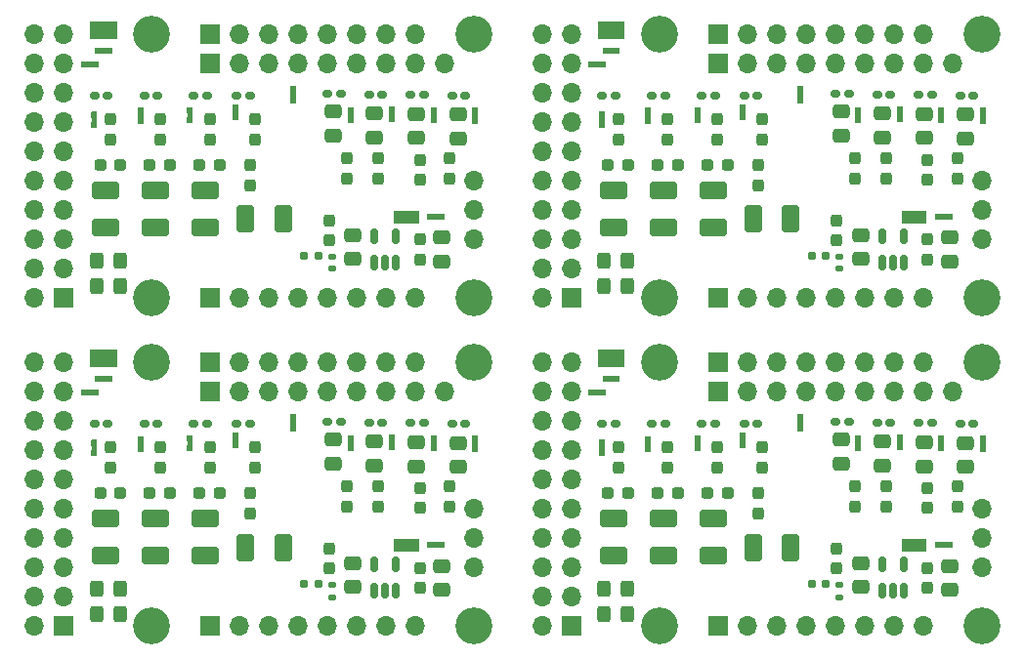
<source format=gbs>
G04 #@! TF.GenerationSoftware,KiCad,Pcbnew,9.0.4*
G04 #@! TF.CreationDate,2025-08-20T18:17:53-04:00*
G04 #@! TF.ProjectId,jlc_pcba,6a6c635f-7063-4626-912e-6b696361645f,rev?*
G04 #@! TF.SameCoordinates,Original*
G04 #@! TF.FileFunction,Soldermask,Bot*
G04 #@! TF.FilePolarity,Negative*
%FSLAX46Y46*%
G04 Gerber Fmt 4.6, Leading zero omitted, Abs format (unit mm)*
G04 Created by KiCad (PCBNEW 9.0.4) date 2025-08-20 18:17:53*
%MOMM*%
%LPD*%
G01*
G04 APERTURE LIST*
G04 Aperture macros list*
%AMRoundRect*
0 Rectangle with rounded corners*
0 $1 Rounding radius*
0 $2 $3 $4 $5 $6 $7 $8 $9 X,Y pos of 4 corners*
0 Add a 4 corners polygon primitive as box body*
4,1,4,$2,$3,$4,$5,$6,$7,$8,$9,$2,$3,0*
0 Add four circle primitives for the rounded corners*
1,1,$1+$1,$2,$3*
1,1,$1+$1,$4,$5*
1,1,$1+$1,$6,$7*
1,1,$1+$1,$8,$9*
0 Add four rect primitives between the rounded corners*
20,1,$1+$1,$2,$3,$4,$5,0*
20,1,$1+$1,$4,$5,$6,$7,0*
20,1,$1+$1,$6,$7,$8,$9,0*
20,1,$1+$1,$8,$9,$2,$3,0*%
G04 Aperture macros list end*
%ADD10C,0.010000*%
%ADD11R,1.700000X1.700000*%
%ADD12O,1.700000X1.700000*%
%ADD13C,3.200000*%
%ADD14RoundRect,0.250000X-0.325000X-0.450000X0.325000X-0.450000X0.325000X0.450000X-0.325000X0.450000X0*%
%ADD15R,0.500000X0.500000*%
%ADD16R,0.500000X0.550000*%
%ADD17RoundRect,0.160000X0.222500X0.160000X-0.222500X0.160000X-0.222500X-0.160000X0.222500X-0.160000X0*%
%ADD18RoundRect,0.160000X0.197500X0.160000X-0.197500X0.160000X-0.197500X-0.160000X0.197500X-0.160000X0*%
%ADD19RoundRect,0.237500X-0.237500X0.300000X-0.237500X-0.300000X0.237500X-0.300000X0.237500X0.300000X0*%
%ADD20RoundRect,0.250000X-0.475000X0.337500X-0.475000X-0.337500X0.475000X-0.337500X0.475000X0.337500X0*%
%ADD21RoundRect,0.250001X0.924999X-0.499999X0.924999X0.499999X-0.924999X0.499999X-0.924999X-0.499999X0*%
%ADD22RoundRect,0.160000X-0.222500X-0.160000X0.222500X-0.160000X0.222500X0.160000X-0.222500X0.160000X0*%
%ADD23R,1.000000X1.500000*%
%ADD24RoundRect,0.237500X-0.287500X-0.237500X0.287500X-0.237500X0.287500X0.237500X-0.287500X0.237500X0*%
%ADD25RoundRect,0.237500X0.237500X-0.300000X0.237500X0.300000X-0.237500X0.300000X-0.237500X-0.300000X0*%
%ADD26RoundRect,0.237500X-0.237500X0.287500X-0.237500X-0.287500X0.237500X-0.287500X0.237500X0.287500X0*%
%ADD27RoundRect,0.150000X0.150000X-0.512500X0.150000X0.512500X-0.150000X0.512500X-0.150000X-0.512500X0*%
%ADD28R,0.508000X0.500000*%
%ADD29R,0.508000X0.508000*%
%ADD30RoundRect,0.250000X0.325000X0.450000X-0.325000X0.450000X-0.325000X-0.450000X0.325000X-0.450000X0*%
%ADD31RoundRect,0.250001X-0.499999X-0.924999X0.499999X-0.924999X0.499999X0.924999X-0.499999X0.924999X0*%
%ADD32R,0.500000X0.508000*%
%ADD33RoundRect,0.250000X0.475000X-0.337500X0.475000X0.337500X-0.475000X0.337500X-0.475000X-0.337500X0*%
%ADD34RoundRect,0.135000X0.185000X-0.135000X0.185000X0.135000X-0.185000X0.135000X-0.185000X-0.135000X0*%
%ADD35RoundRect,0.237500X0.287500X0.237500X-0.287500X0.237500X-0.287500X-0.237500X0.287500X-0.237500X0*%
G04 APERTURE END LIST*
G04 #@! TO.C,INP1*
G36*
X36117500Y-44090000D02*
G01*
X36617500Y-44090000D01*
X36617500Y-44940000D01*
X36117500Y-44940000D01*
X36117500Y-44090000D01*
G37*
G04 #@! TO.C,OM1*
G36*
X14417500Y-16405000D02*
G01*
X13917500Y-16405000D01*
X13917500Y-15530000D01*
X14417500Y-15530000D01*
X14417500Y-16405000D01*
G37*
G04 #@! TO.C,3V108*
D10*
X40107500Y-25155000D02*
X42217500Y-25155000D01*
X42217500Y-24155000D01*
X40107500Y-24155000D01*
X40107500Y-25155000D01*
G36*
X40107500Y-25155000D02*
G01*
X42217500Y-25155000D01*
X42217500Y-24155000D01*
X40107500Y-24155000D01*
X40107500Y-25155000D01*
G37*
G04 #@! TO.C,MCLK108*
G36*
X58817500Y-37665000D02*
G01*
X59117500Y-37665000D01*
X59117500Y-36165000D01*
X58817500Y-36165000D01*
X58817500Y-37665000D01*
G37*
G36*
X58817500Y-9205000D02*
G01*
X59117500Y-9205000D01*
X59117500Y-7705000D01*
X58817500Y-7705000D01*
X58817500Y-9205000D01*
G37*
G04 #@! TO.C,INM2*
G36*
X46917500Y-15687500D02*
G01*
X47417500Y-15687500D01*
X47417500Y-16537500D01*
X46917500Y-16537500D01*
X46917500Y-15687500D01*
G37*
G04 #@! TO.C,INP1*
G36*
X80117500Y-15630000D02*
G01*
X80617500Y-15630000D01*
X80617500Y-16480000D01*
X80117500Y-16480000D01*
X80117500Y-15630000D01*
G37*
G04 #@! TO.C,OP1*
G36*
X17917500Y-15705000D02*
G01*
X18417500Y-15705000D01*
X18417500Y-16555000D01*
X17917500Y-16555000D01*
X17917500Y-15705000D01*
G37*
G04 #@! TO.C,INM1*
G36*
X83717500Y-15567500D02*
G01*
X84217500Y-15567500D01*
X84217500Y-16417500D01*
X83717500Y-16417500D01*
X83717500Y-15567500D01*
G37*
G04 #@! TO.C,GND108*
G36*
X31621500Y-42769000D02*
G01*
X31113500Y-42769000D01*
X31113500Y-42269000D01*
X31621500Y-42269000D01*
X31621500Y-42769000D01*
G37*
G36*
X75621500Y-42769000D02*
G01*
X75113500Y-42769000D01*
X75113500Y-42269000D01*
X75621500Y-42269000D01*
X75621500Y-42769000D01*
G37*
G04 #@! TO.C,INP2*
G36*
X87317500Y-44100000D02*
G01*
X87817500Y-44100000D01*
X87817500Y-44950000D01*
X87317500Y-44950000D01*
X87317500Y-44100000D01*
G37*
G04 #@! TO.C,OM1*
G36*
X58417500Y-44865000D02*
G01*
X57917500Y-44865000D01*
X57917500Y-43990000D01*
X58417500Y-43990000D01*
X58417500Y-44865000D01*
G37*
G04 #@! TO.C,G119*
G36*
X44021500Y-24401000D02*
G01*
X43521500Y-24401000D01*
X43521500Y-24909000D01*
X44021500Y-24909000D01*
X44021500Y-24401000D01*
G37*
G04 #@! TO.C,SCL108*
G36*
X58713500Y-38969000D02*
G01*
X59213500Y-38969000D01*
X59213500Y-38461000D01*
X58713500Y-38461000D01*
X58713500Y-38969000D01*
G37*
G04 #@! TO.C,OP1*
G36*
X17917500Y-44165000D02*
G01*
X18417500Y-44165000D01*
X18417500Y-45015000D01*
X17917500Y-45015000D01*
X17917500Y-44165000D01*
G37*
G04 #@! TO.C,3V108*
X84107500Y-25155000D02*
X86217500Y-25155000D01*
X86217500Y-24155000D01*
X84107500Y-24155000D01*
X84107500Y-25155000D01*
G36*
X84107500Y-25155000D02*
G01*
X86217500Y-25155000D01*
X86217500Y-24155000D01*
X84107500Y-24155000D01*
X84107500Y-25155000D01*
G37*
G04 #@! TO.C,OP2*
G36*
X22217500Y-44090000D02*
G01*
X22717500Y-44090000D01*
X22717500Y-44940000D01*
X22217500Y-44940000D01*
X22217500Y-44090000D01*
G37*
G04 #@! TO.C,MCLK108*
G36*
X14817500Y-9205000D02*
G01*
X15117500Y-9205000D01*
X15117500Y-7705000D01*
X14817500Y-7705000D01*
X14817500Y-9205000D01*
G37*
G04 #@! TO.C,SDA108*
G36*
X57513500Y-40169000D02*
G01*
X58013500Y-40169000D01*
X58013500Y-39661000D01*
X57513500Y-39661000D01*
X57513500Y-40169000D01*
G37*
G04 #@! TO.C,INP2*
G36*
X43317500Y-15640000D02*
G01*
X43817500Y-15640000D01*
X43817500Y-16490000D01*
X43317500Y-16490000D01*
X43317500Y-15640000D01*
G37*
G04 #@! TO.C,G119*
G36*
X88021500Y-52861000D02*
G01*
X87521500Y-52861000D01*
X87521500Y-53369000D01*
X88021500Y-53369000D01*
X88021500Y-52861000D01*
G37*
G04 #@! TO.C,INM2*
G36*
X90917500Y-44147500D02*
G01*
X91417500Y-44147500D01*
X91417500Y-44997500D01*
X90917500Y-44997500D01*
X90917500Y-44147500D01*
G37*
G04 #@! TO.C,MCLK108*
G36*
X14817500Y-37665000D02*
G01*
X15117500Y-37665000D01*
X15117500Y-36165000D01*
X14817500Y-36165000D01*
X14817500Y-37665000D01*
G37*
G04 #@! TO.C,SDA108*
G36*
X13513500Y-40169000D02*
G01*
X14013500Y-40169000D01*
X14013500Y-39661000D01*
X13513500Y-39661000D01*
X13513500Y-40169000D01*
G37*
G04 #@! TO.C,INP2*
G36*
X43317500Y-44100000D02*
G01*
X43817500Y-44100000D01*
X43817500Y-44950000D01*
X43317500Y-44950000D01*
X43317500Y-44100000D01*
G37*
G04 #@! TO.C,OM2*
G36*
X26117500Y-15405000D02*
G01*
X26617500Y-15405000D01*
X26617500Y-16255000D01*
X26117500Y-16255000D01*
X26117500Y-15405000D01*
G37*
G04 #@! TO.C,OP1*
G36*
X61917500Y-44165000D02*
G01*
X62417500Y-44165000D01*
X62417500Y-45015000D01*
X61917500Y-45015000D01*
X61917500Y-44165000D01*
G37*
G04 #@! TO.C,INM1*
G36*
X83717500Y-44027500D02*
G01*
X84217500Y-44027500D01*
X84217500Y-44877500D01*
X83717500Y-44877500D01*
X83717500Y-44027500D01*
G37*
G04 #@! TO.C,OM1*
G36*
X14417500Y-44865000D02*
G01*
X13917500Y-44865000D01*
X13917500Y-43990000D01*
X14417500Y-43990000D01*
X14417500Y-44865000D01*
G37*
G04 #@! TO.C,OP2*
G36*
X66217500Y-15630000D02*
G01*
X66717500Y-15630000D01*
X66717500Y-16480000D01*
X66217500Y-16480000D01*
X66217500Y-15630000D01*
G37*
G04 #@! TO.C,INM1*
G36*
X39717500Y-44027500D02*
G01*
X40217500Y-44027500D01*
X40217500Y-44877500D01*
X39717500Y-44877500D01*
X39717500Y-44027500D01*
G37*
G04 #@! TO.C,SCL108*
G36*
X14713500Y-10509000D02*
G01*
X15213500Y-10509000D01*
X15213500Y-10001000D01*
X14713500Y-10001000D01*
X14713500Y-10509000D01*
G37*
G04 #@! TO.C,GND108*
G36*
X31621500Y-14309000D02*
G01*
X31113500Y-14309000D01*
X31113500Y-13809000D01*
X31621500Y-13809000D01*
X31621500Y-14309000D01*
G37*
G04 #@! TO.C,INM2*
G36*
X46917500Y-44147500D02*
G01*
X47417500Y-44147500D01*
X47417500Y-44997500D01*
X46917500Y-44997500D01*
X46917500Y-44147500D01*
G37*
G04 #@! TO.C,OM2*
G36*
X26117500Y-43865000D02*
G01*
X26617500Y-43865000D01*
X26617500Y-44715000D01*
X26117500Y-44715000D01*
X26117500Y-43865000D01*
G37*
G04 #@! TO.C,INP2*
G36*
X87317500Y-15640000D02*
G01*
X87817500Y-15640000D01*
X87817500Y-16490000D01*
X87317500Y-16490000D01*
X87317500Y-15640000D01*
G37*
G04 #@! TO.C,OP2*
G36*
X66217500Y-44090000D02*
G01*
X66717500Y-44090000D01*
X66717500Y-44940000D01*
X66217500Y-44940000D01*
X66217500Y-44090000D01*
G37*
G04 #@! TO.C,SCL108*
G36*
X58713500Y-10509000D02*
G01*
X59213500Y-10509000D01*
X59213500Y-10001000D01*
X58713500Y-10001000D01*
X58713500Y-10509000D01*
G37*
G04 #@! TO.C,OM2*
G36*
X70117500Y-43865000D02*
G01*
X70617500Y-43865000D01*
X70617500Y-44715000D01*
X70117500Y-44715000D01*
X70117500Y-43865000D01*
G37*
G04 #@! TO.C,INP1*
G36*
X80117500Y-44090000D02*
G01*
X80617500Y-44090000D01*
X80617500Y-44940000D01*
X80117500Y-44940000D01*
X80117500Y-44090000D01*
G37*
G04 #@! TO.C,OP1*
G36*
X61917500Y-15705000D02*
G01*
X62417500Y-15705000D01*
X62417500Y-16555000D01*
X61917500Y-16555000D01*
X61917500Y-15705000D01*
G37*
G04 #@! TO.C,INP1*
G36*
X36117500Y-15630000D02*
G01*
X36617500Y-15630000D01*
X36617500Y-16480000D01*
X36117500Y-16480000D01*
X36117500Y-15630000D01*
G37*
G04 #@! TO.C,SDA108*
G36*
X57513500Y-11709000D02*
G01*
X58013500Y-11709000D01*
X58013500Y-11201000D01*
X57513500Y-11201000D01*
X57513500Y-11709000D01*
G37*
G04 #@! TO.C,3V108*
X40107500Y-53615000D02*
X42217500Y-53615000D01*
X42217500Y-52615000D01*
X40107500Y-52615000D01*
X40107500Y-53615000D01*
G36*
X40107500Y-53615000D02*
G01*
X42217500Y-53615000D01*
X42217500Y-52615000D01*
X40107500Y-52615000D01*
X40107500Y-53615000D01*
G37*
G04 #@! TO.C,GND108*
G36*
X75621500Y-14309000D02*
G01*
X75113500Y-14309000D01*
X75113500Y-13809000D01*
X75621500Y-13809000D01*
X75621500Y-14309000D01*
G37*
G04 #@! TO.C,OM2*
G36*
X70117500Y-15405000D02*
G01*
X70617500Y-15405000D01*
X70617500Y-16255000D01*
X70117500Y-16255000D01*
X70117500Y-15405000D01*
G37*
G04 #@! TO.C,G119*
G36*
X88021500Y-24401000D02*
G01*
X87521500Y-24401000D01*
X87521500Y-24909000D01*
X88021500Y-24909000D01*
X88021500Y-24401000D01*
G37*
G04 #@! TO.C,SDA108*
G36*
X13513500Y-11709000D02*
G01*
X14013500Y-11709000D01*
X14013500Y-11201000D01*
X13513500Y-11201000D01*
X13513500Y-11709000D01*
G37*
G04 #@! TO.C,INM2*
G36*
X90917500Y-15687500D02*
G01*
X91417500Y-15687500D01*
X91417500Y-16537500D01*
X90917500Y-16537500D01*
X90917500Y-15687500D01*
G37*
G04 #@! TO.C,3V108*
X84107500Y-53615000D02*
X86217500Y-53615000D01*
X86217500Y-52615000D01*
X84107500Y-52615000D01*
X84107500Y-53615000D01*
G36*
X84107500Y-53615000D02*
G01*
X86217500Y-53615000D01*
X86217500Y-52615000D01*
X84107500Y-52615000D01*
X84107500Y-53615000D01*
G37*
G04 #@! TO.C,OP2*
G36*
X22217500Y-15630000D02*
G01*
X22717500Y-15630000D01*
X22717500Y-16480000D01*
X22217500Y-16480000D01*
X22217500Y-15630000D01*
G37*
G04 #@! TO.C,G119*
G36*
X44021500Y-52861000D02*
G01*
X43521500Y-52861000D01*
X43521500Y-53369000D01*
X44021500Y-53369000D01*
X44021500Y-52861000D01*
G37*
G04 #@! TO.C,SCL108*
G36*
X14713500Y-38969000D02*
G01*
X15213500Y-38969000D01*
X15213500Y-38461000D01*
X14713500Y-38461000D01*
X14713500Y-38969000D01*
G37*
G04 #@! TO.C,OM1*
G36*
X58417500Y-16405000D02*
G01*
X57917500Y-16405000D01*
X57917500Y-15530000D01*
X58417500Y-15530000D01*
X58417500Y-16405000D01*
G37*
G04 #@! TO.C,INM1*
G36*
X39717500Y-15567500D02*
G01*
X40217500Y-15567500D01*
X40217500Y-16417500D01*
X39717500Y-16417500D01*
X39717500Y-15567500D01*
G37*
G04 #@! TD*
D11*
G04 #@! TO.C,board_outline108*
X11505000Y-60115000D03*
D12*
X8965000Y-60115000D03*
X11505000Y-57575000D03*
X8965000Y-57575000D03*
X11505000Y-55035000D03*
X8965000Y-55035000D03*
X11505000Y-52495000D03*
X8965000Y-52495000D03*
X11505000Y-49955000D03*
X8965000Y-49955000D03*
X11505000Y-47415000D03*
X8965000Y-47415000D03*
X11505000Y-44875000D03*
X8965000Y-44875000D03*
X11505000Y-42335000D03*
X8965000Y-42335000D03*
X11505000Y-39795000D03*
X8965000Y-39795000D03*
X11505000Y-37255000D03*
X8965000Y-37255000D03*
D11*
X24215000Y-39800000D03*
X24215000Y-37260000D03*
D12*
X26755000Y-39800000D03*
X26755000Y-37260000D03*
X29295000Y-39800000D03*
X29295000Y-37260000D03*
X31835000Y-39800000D03*
X31835000Y-37260000D03*
X34375000Y-39800000D03*
X34375000Y-37260000D03*
X36915000Y-39800000D03*
X36915000Y-37260000D03*
X39455000Y-39800000D03*
X39455000Y-37260000D03*
X41995000Y-39800000D03*
X41995000Y-37260000D03*
D11*
X24215000Y-60120000D03*
D12*
X26755000Y-60120000D03*
X29295000Y-60120000D03*
X31835000Y-60120000D03*
X34375000Y-60120000D03*
X36915000Y-60120000D03*
X39455000Y-60120000D03*
X41995000Y-60120000D03*
X47060000Y-55040000D03*
X47060000Y-52500000D03*
X47060000Y-49960000D03*
X44520000Y-39800000D03*
D13*
X19120000Y-37260000D03*
X47060000Y-37260000D03*
X19120000Y-60120000D03*
X47060000Y-60120000D03*
G04 #@! TD*
D11*
G04 #@! TO.C,board_outline108*
X11505000Y-31655000D03*
D12*
X8965000Y-31655000D03*
X11505000Y-29115000D03*
X8965000Y-29115000D03*
X11505000Y-26575000D03*
X8965000Y-26575000D03*
X11505000Y-24035000D03*
X8965000Y-24035000D03*
X11505000Y-21495000D03*
X8965000Y-21495000D03*
X11505000Y-18955000D03*
X8965000Y-18955000D03*
X11505000Y-16415000D03*
X8965000Y-16415000D03*
X11505000Y-13875000D03*
X8965000Y-13875000D03*
X11505000Y-11335000D03*
X8965000Y-11335000D03*
X11505000Y-8795000D03*
X8965000Y-8795000D03*
D11*
X24215000Y-11340000D03*
X24215000Y-8800000D03*
D12*
X26755000Y-11340000D03*
X26755000Y-8800000D03*
X29295000Y-11340000D03*
X29295000Y-8800000D03*
X31835000Y-11340000D03*
X31835000Y-8800000D03*
X34375000Y-11340000D03*
X34375000Y-8800000D03*
X36915000Y-11340000D03*
X36915000Y-8800000D03*
X39455000Y-11340000D03*
X39455000Y-8800000D03*
X41995000Y-11340000D03*
X41995000Y-8800000D03*
D11*
X24215000Y-31660000D03*
D12*
X26755000Y-31660000D03*
X29295000Y-31660000D03*
X31835000Y-31660000D03*
X34375000Y-31660000D03*
X36915000Y-31660000D03*
X39455000Y-31660000D03*
X41995000Y-31660000D03*
X47060000Y-26580000D03*
X47060000Y-24040000D03*
X47060000Y-21500000D03*
X44520000Y-11340000D03*
D13*
X19120000Y-8800000D03*
X47060000Y-8800000D03*
X19120000Y-31660000D03*
X47060000Y-31660000D03*
G04 #@! TD*
D11*
G04 #@! TO.C,board_outline108*
X55505000Y-60115000D03*
D12*
X52965000Y-60115000D03*
X55505000Y-57575000D03*
X52965000Y-57575000D03*
X55505000Y-55035000D03*
X52965000Y-55035000D03*
X55505000Y-52495000D03*
X52965000Y-52495000D03*
X55505000Y-49955000D03*
X52965000Y-49955000D03*
X55505000Y-47415000D03*
X52965000Y-47415000D03*
X55505000Y-44875000D03*
X52965000Y-44875000D03*
X55505000Y-42335000D03*
X52965000Y-42335000D03*
X55505000Y-39795000D03*
X52965000Y-39795000D03*
X55505000Y-37255000D03*
X52965000Y-37255000D03*
D11*
X68215000Y-39800000D03*
X68215000Y-37260000D03*
D12*
X70755000Y-39800000D03*
X70755000Y-37260000D03*
X73295000Y-39800000D03*
X73295000Y-37260000D03*
X75835000Y-39800000D03*
X75835000Y-37260000D03*
X78375000Y-39800000D03*
X78375000Y-37260000D03*
X80915000Y-39800000D03*
X80915000Y-37260000D03*
X83455000Y-39800000D03*
X83455000Y-37260000D03*
X85995000Y-39800000D03*
X85995000Y-37260000D03*
D11*
X68215000Y-60120000D03*
D12*
X70755000Y-60120000D03*
X73295000Y-60120000D03*
X75835000Y-60120000D03*
X78375000Y-60120000D03*
X80915000Y-60120000D03*
X83455000Y-60120000D03*
X85995000Y-60120000D03*
X91060000Y-55040000D03*
X91060000Y-52500000D03*
X91060000Y-49960000D03*
X88520000Y-39800000D03*
D13*
X63120000Y-37260000D03*
X91060000Y-37260000D03*
X63120000Y-60120000D03*
X91060000Y-60120000D03*
G04 #@! TD*
D11*
G04 #@! TO.C,board_outline108*
X55505000Y-31655000D03*
D12*
X52965000Y-31655000D03*
X55505000Y-29115000D03*
X52965000Y-29115000D03*
X55505000Y-26575000D03*
X52965000Y-26575000D03*
X55505000Y-24035000D03*
X52965000Y-24035000D03*
X55505000Y-21495000D03*
X52965000Y-21495000D03*
X55505000Y-18955000D03*
X52965000Y-18955000D03*
X55505000Y-16415000D03*
X52965000Y-16415000D03*
X55505000Y-13875000D03*
X52965000Y-13875000D03*
X55505000Y-11335000D03*
X52965000Y-11335000D03*
X55505000Y-8795000D03*
X52965000Y-8795000D03*
D11*
X68215000Y-11340000D03*
X68215000Y-8800000D03*
D12*
X70755000Y-11340000D03*
X70755000Y-8800000D03*
X73295000Y-11340000D03*
X73295000Y-8800000D03*
X75835000Y-11340000D03*
X75835000Y-8800000D03*
X78375000Y-11340000D03*
X78375000Y-8800000D03*
X80915000Y-11340000D03*
X80915000Y-8800000D03*
X83455000Y-11340000D03*
X83455000Y-8800000D03*
X85995000Y-11340000D03*
X85995000Y-8800000D03*
D11*
X68215000Y-31660000D03*
D12*
X70755000Y-31660000D03*
X73295000Y-31660000D03*
X75835000Y-31660000D03*
X78375000Y-31660000D03*
X80915000Y-31660000D03*
X83455000Y-31660000D03*
X85995000Y-31660000D03*
X91060000Y-26580000D03*
X91060000Y-24040000D03*
X91060000Y-21500000D03*
X88520000Y-11340000D03*
D13*
X63120000Y-8800000D03*
X91060000Y-8800000D03*
X63120000Y-31660000D03*
X91060000Y-31660000D03*
G04 #@! TD*
D14*
G04 #@! TO.C,C131*
X14342500Y-59115000D03*
X16392500Y-59115000D03*
G04 #@! TD*
D15*
G04 #@! TO.C,INP1*
X36367500Y-43840000D03*
D16*
X36367500Y-44715000D03*
G04 #@! TD*
D17*
G04 #@! TO.C,D109*
X58195000Y-42615000D03*
X59340000Y-42615000D03*
G04 #@! TD*
D18*
G04 #@! TO.C,SCL109*
X33565000Y-56515000D03*
X32370000Y-56515000D03*
G04 #@! TD*
D17*
G04 #@! TO.C,D111*
X26495000Y-42615000D03*
X27640000Y-42615000D03*
G04 #@! TD*
G04 #@! TO.C,D111*
X26495000Y-14155000D03*
X27640000Y-14155000D03*
G04 #@! TD*
D19*
G04 #@! TO.C,C126*
X82767500Y-48052500D03*
X82767500Y-49777500D03*
G04 #@! TD*
G04 #@! TO.C,C127*
X80067500Y-19592500D03*
X80067500Y-21317500D03*
G04 #@! TD*
D15*
G04 #@! TO.C,OM1*
X14167500Y-16655000D03*
X14167500Y-15805000D03*
G04 #@! TD*
D20*
G04 #@! TO.C,FB108*
X45667500Y-15790000D03*
X45667500Y-17865000D03*
G04 #@! TD*
G04 #@! TO.C,FB108*
X89667500Y-15790000D03*
X89667500Y-17865000D03*
G04 #@! TD*
D17*
G04 #@! TO.C,D110*
X66795000Y-14155000D03*
X67940000Y-14155000D03*
G04 #@! TD*
D21*
G04 #@! TO.C,C110*
X19467500Y-54040000D03*
X19467500Y-50790000D03*
G04 #@! TD*
G04 #@! TO.C,C114*
X15167500Y-25580000D03*
X15167500Y-22330000D03*
G04 #@! TD*
D22*
G04 #@! TO.C,D112*
X46340000Y-42597500D03*
X45195000Y-42597500D03*
G04 #@! TD*
D17*
G04 #@! TO.C,D110*
X22795000Y-42615000D03*
X23940000Y-42615000D03*
G04 #@! TD*
D23*
G04 #@! TO.C,MCLK108*
X58317500Y-36915000D03*
X59617500Y-36915000D03*
G04 #@! TD*
D24*
G04 #@! TO.C,R108*
X18992500Y-48615000D03*
X20742500Y-48615000D03*
G04 #@! TD*
D25*
G04 #@! TO.C,C121*
X24167500Y-17917500D03*
X24167500Y-16192500D03*
G04 #@! TD*
D22*
G04 #@! TO.C,D113*
X86740000Y-42550000D03*
X85595000Y-42550000D03*
G04 #@! TD*
D14*
G04 #@! TO.C,C131*
X14342500Y-30655000D03*
X16392500Y-30655000D03*
G04 #@! TD*
D20*
G04 #@! TO.C,FB109*
X86067500Y-44212500D03*
X86067500Y-46287500D03*
G04 #@! TD*
D24*
G04 #@! TO.C,R111*
X23292500Y-20155000D03*
X25042500Y-20155000D03*
G04 #@! TD*
D22*
G04 #@! TO.C,D114*
X39140000Y-42550000D03*
X37995000Y-42550000D03*
G04 #@! TD*
D19*
G04 #@! TO.C,C126*
X82767500Y-19592500D03*
X82767500Y-21317500D03*
G04 #@! TD*
D17*
G04 #@! TO.C,D109*
X14195000Y-14155000D03*
X15340000Y-14155000D03*
G04 #@! TD*
D21*
G04 #@! TO.C,C120*
X67767500Y-25580000D03*
X67767500Y-22330000D03*
G04 #@! TD*
D19*
G04 #@! TO.C,C124*
X88967500Y-48052500D03*
X88967500Y-49777500D03*
G04 #@! TD*
D23*
G04 #@! TO.C,MCLK108*
X58317500Y-8455000D03*
X59617500Y-8455000D03*
G04 #@! TD*
D20*
G04 #@! TO.C,FB108*
X89667500Y-44250000D03*
X89667500Y-46325000D03*
G04 #@! TD*
D25*
G04 #@! TO.C,C121*
X68167500Y-17917500D03*
X68167500Y-16192500D03*
G04 #@! TD*
D15*
G04 #@! TO.C,INM2*
X47167500Y-15437500D03*
D16*
X47167500Y-16312500D03*
G04 #@! TD*
D19*
G04 #@! TO.C,C125*
X86367500Y-48152500D03*
X86367500Y-49877500D03*
G04 #@! TD*
G04 #@! TO.C,C127*
X80067500Y-48052500D03*
X80067500Y-49777500D03*
G04 #@! TD*
G04 #@! TO.C,C127*
X36067500Y-48052500D03*
X36067500Y-49777500D03*
G04 #@! TD*
G04 #@! TO.C,C125*
X42367500Y-48152500D03*
X42367500Y-49877500D03*
G04 #@! TD*
D22*
G04 #@! TO.C,D112*
X90340000Y-42597500D03*
X89195000Y-42597500D03*
G04 #@! TD*
D15*
G04 #@! TO.C,INP1*
X80367500Y-15380000D03*
D16*
X80367500Y-16255000D03*
G04 #@! TD*
D25*
G04 #@! TO.C,C121*
X68167500Y-46377500D03*
X68167500Y-44652500D03*
G04 #@! TD*
D17*
G04 #@! TO.C,D110*
X66795000Y-42615000D03*
X67940000Y-42615000D03*
G04 #@! TD*
D19*
G04 #@! TO.C,C126*
X38767500Y-19592500D03*
X38767500Y-21317500D03*
G04 #@! TD*
D26*
G04 #@! TO.C,R116*
X71667500Y-20180000D03*
X71667500Y-21930000D03*
G04 #@! TD*
D22*
G04 #@! TO.C,D114*
X83140000Y-42550000D03*
X81995000Y-42550000D03*
G04 #@! TD*
D15*
G04 #@! TO.C,OP1*
X18167500Y-15455000D03*
D16*
X18167500Y-16330000D03*
G04 #@! TD*
D17*
G04 #@! TO.C,D110*
X22795000Y-14155000D03*
X23940000Y-14155000D03*
G04 #@! TD*
D25*
G04 #@! TO.C,C123*
X28067500Y-46377500D03*
X28067500Y-44652500D03*
G04 #@! TD*
D15*
G04 #@! TO.C,INM1*
X83967500Y-15317500D03*
D16*
X83967500Y-16192500D03*
G04 #@! TD*
D27*
G04 #@! TO.C,U109*
X40329314Y-28607500D03*
X39379314Y-28607500D03*
X38429314Y-28607500D03*
X38429314Y-26332500D03*
X40329314Y-26332500D03*
G04 #@! TD*
D19*
G04 #@! TO.C,C127*
X36067500Y-19592500D03*
X36067500Y-21317500D03*
G04 #@! TD*
D25*
G04 #@! TO.C,C113*
X19867500Y-46377500D03*
X19867500Y-44652500D03*
G04 #@! TD*
D28*
G04 #@! TO.C,GND108*
X31367500Y-43019000D03*
D29*
X31367500Y-42015000D03*
G04 #@! TD*
D30*
G04 #@! TO.C,C130*
X60392500Y-28455000D03*
X58342500Y-28455000D03*
G04 #@! TD*
D28*
G04 #@! TO.C,GND108*
X75367500Y-43019000D03*
D29*
X75367500Y-42015000D03*
G04 #@! TD*
D22*
G04 #@! TO.C,D113*
X42740000Y-42550000D03*
X41595000Y-42550000D03*
G04 #@! TD*
D20*
G04 #@! TO.C,T\u002AC110*
X80567500Y-54677500D03*
X80567500Y-56752500D03*
G04 #@! TD*
D22*
G04 #@! TO.C,D115*
X35540000Y-42415000D03*
X34395000Y-42415000D03*
G04 #@! TD*
D15*
G04 #@! TO.C,INP2*
X87567500Y-43850000D03*
D16*
X87567500Y-44725000D03*
G04 #@! TD*
D30*
G04 #@! TO.C,C130*
X60392500Y-56915000D03*
X58342500Y-56915000D03*
G04 #@! TD*
D17*
G04 #@! TO.C,D108*
X62495000Y-42615000D03*
X63640000Y-42615000D03*
G04 #@! TD*
D21*
G04 #@! TO.C,C110*
X19467500Y-25580000D03*
X19467500Y-22330000D03*
G04 #@! TD*
D19*
G04 #@! TO.C,C129*
X78517117Y-53440582D03*
X78517117Y-55165582D03*
G04 #@! TD*
D17*
G04 #@! TO.C,D108*
X62495000Y-14155000D03*
X63640000Y-14155000D03*
G04 #@! TD*
D31*
G04 #@! TO.C,C122*
X27267501Y-53315000D03*
X30517501Y-53315000D03*
G04 #@! TD*
D25*
G04 #@! TO.C,T\u002AC109*
X86367500Y-56815000D03*
X86367500Y-55090000D03*
G04 #@! TD*
D15*
G04 #@! TO.C,OM1*
X58167500Y-45115000D03*
X58167500Y-44265000D03*
G04 #@! TD*
D25*
G04 #@! TO.C,C113*
X63867500Y-46377500D03*
X63867500Y-44652500D03*
G04 #@! TD*
D21*
G04 #@! TO.C,C114*
X59167500Y-54040000D03*
X59167500Y-50790000D03*
G04 #@! TD*
D22*
G04 #@! TO.C,D113*
X86740000Y-14090000D03*
X85595000Y-14090000D03*
G04 #@! TD*
D24*
G04 #@! TO.C,R111*
X67292500Y-20155000D03*
X69042500Y-20155000D03*
G04 #@! TD*
D27*
G04 #@! TO.C,U109*
X84329314Y-57067500D03*
X83379314Y-57067500D03*
X82429314Y-57067500D03*
X82429314Y-54792500D03*
X84329314Y-54792500D03*
G04 #@! TD*
D19*
G04 #@! TO.C,C126*
X38767500Y-48052500D03*
X38767500Y-49777500D03*
G04 #@! TD*
D32*
G04 #@! TO.C,G119*
X44271500Y-24655000D03*
D29*
X43267500Y-24655000D03*
G04 #@! TD*
D20*
G04 #@! TO.C,T\u002AC110*
X80567500Y-26217500D03*
X80567500Y-28292500D03*
G04 #@! TD*
D25*
G04 #@! TO.C,T\u002AC109*
X42367500Y-56815000D03*
X42367500Y-55090000D03*
G04 #@! TD*
D31*
G04 #@! TO.C,C122*
X27267501Y-24855000D03*
X30517501Y-24855000D03*
G04 #@! TD*
D32*
G04 #@! TO.C,SCL108*
X58463500Y-38715000D03*
D29*
X59467500Y-38715000D03*
G04 #@! TD*
D15*
G04 #@! TO.C,OP1*
X18167500Y-43915000D03*
D16*
X18167500Y-44790000D03*
G04 #@! TD*
D33*
G04 #@! TO.C,T\u002AC108*
X88301814Y-28530000D03*
X88301814Y-26455000D03*
G04 #@! TD*
D15*
G04 #@! TO.C,OP2*
X22467500Y-43840000D03*
D16*
X22467500Y-44715000D03*
G04 #@! TD*
D25*
G04 #@! TO.C,C117*
X59567500Y-46377500D03*
X59567500Y-44652500D03*
G04 #@! TD*
D19*
G04 #@! TO.C,C124*
X88967500Y-19592500D03*
X88967500Y-21317500D03*
G04 #@! TD*
D23*
G04 #@! TO.C,MCLK108*
X14317500Y-8455000D03*
X15617500Y-8455000D03*
G04 #@! TD*
D21*
G04 #@! TO.C,C120*
X23767500Y-54040000D03*
X23767500Y-50790000D03*
G04 #@! TD*
D32*
G04 #@! TO.C,SDA108*
X57263500Y-39915000D03*
D29*
X58267500Y-39915000D03*
G04 #@! TD*
D25*
G04 #@! TO.C,C117*
X15567500Y-46377500D03*
X15567500Y-44652500D03*
G04 #@! TD*
D15*
G04 #@! TO.C,INP2*
X43567500Y-15390000D03*
D16*
X43567500Y-16265000D03*
G04 #@! TD*
D20*
G04 #@! TO.C,FB111*
X78867500Y-15517500D03*
X78867500Y-17592500D03*
G04 #@! TD*
D24*
G04 #@! TO.C,R108*
X62992500Y-20155000D03*
X64742500Y-20155000D03*
G04 #@! TD*
D33*
G04 #@! TO.C,T\u002AC108*
X44301814Y-28530000D03*
X44301814Y-26455000D03*
G04 #@! TD*
D20*
G04 #@! TO.C,FB110*
X82467500Y-44140000D03*
X82467500Y-46215000D03*
G04 #@! TD*
D32*
G04 #@! TO.C,G119*
X88271500Y-53115000D03*
D29*
X87267500Y-53115000D03*
G04 #@! TD*
D22*
G04 #@! TO.C,D113*
X42740000Y-14090000D03*
X41595000Y-14090000D03*
G04 #@! TD*
D15*
G04 #@! TO.C,INM2*
X91167500Y-43897500D03*
D16*
X91167500Y-44772500D03*
G04 #@! TD*
D20*
G04 #@! TO.C,FB110*
X38467500Y-15680000D03*
X38467500Y-17755000D03*
G04 #@! TD*
D14*
G04 #@! TO.C,C131*
X58342500Y-59115000D03*
X60392500Y-59115000D03*
G04 #@! TD*
D23*
G04 #@! TO.C,MCLK108*
X14317500Y-36915000D03*
X15617500Y-36915000D03*
G04 #@! TD*
D25*
G04 #@! TO.C,C113*
X63867500Y-17917500D03*
X63867500Y-16192500D03*
G04 #@! TD*
D32*
G04 #@! TO.C,SDA108*
X13263500Y-39915000D03*
D29*
X14267500Y-39915000D03*
G04 #@! TD*
D25*
G04 #@! TO.C,C121*
X24167500Y-46377500D03*
X24167500Y-44652500D03*
G04 #@! TD*
D20*
G04 #@! TO.C,FB110*
X82467500Y-15680000D03*
X82467500Y-17755000D03*
G04 #@! TD*
D22*
G04 #@! TO.C,D115*
X79540000Y-42415000D03*
X78395000Y-42415000D03*
G04 #@! TD*
D17*
G04 #@! TO.C,D108*
X18495000Y-14155000D03*
X19640000Y-14155000D03*
G04 #@! TD*
D21*
G04 #@! TO.C,C110*
X63467500Y-54040000D03*
X63467500Y-50790000D03*
G04 #@! TD*
D19*
G04 #@! TO.C,C124*
X44967500Y-48052500D03*
X44967500Y-49777500D03*
G04 #@! TD*
D21*
G04 #@! TO.C,C114*
X59167500Y-25580000D03*
X59167500Y-22330000D03*
G04 #@! TD*
D34*
G04 #@! TO.C,R128*
X34767500Y-29165000D03*
X34767500Y-28145000D03*
G04 #@! TD*
D15*
G04 #@! TO.C,INP2*
X43567500Y-43850000D03*
D16*
X43567500Y-44725000D03*
G04 #@! TD*
D33*
G04 #@! TO.C,T\u002AC108*
X88301814Y-56990000D03*
X88301814Y-54915000D03*
G04 #@! TD*
D15*
G04 #@! TO.C,OM2*
X26367500Y-15155000D03*
D16*
X26367500Y-16030000D03*
G04 #@! TD*
D15*
G04 #@! TO.C,OP1*
X62167500Y-43915000D03*
D16*
X62167500Y-44790000D03*
G04 #@! TD*
D18*
G04 #@! TO.C,SCL109*
X77565000Y-56515000D03*
X76370000Y-56515000D03*
G04 #@! TD*
D19*
G04 #@! TO.C,C125*
X42367500Y-19692500D03*
X42367500Y-21417500D03*
G04 #@! TD*
D18*
G04 #@! TO.C,SCL109*
X77565000Y-28055000D03*
X76370000Y-28055000D03*
G04 #@! TD*
D24*
G04 #@! TO.C,R111*
X23292500Y-48615000D03*
X25042500Y-48615000D03*
G04 #@! TD*
D15*
G04 #@! TO.C,INM1*
X83967500Y-43777500D03*
D16*
X83967500Y-44652500D03*
G04 #@! TD*
D25*
G04 #@! TO.C,C117*
X15567500Y-17917500D03*
X15567500Y-16192500D03*
G04 #@! TD*
D26*
G04 #@! TO.C,R116*
X27667500Y-48640000D03*
X27667500Y-50390000D03*
G04 #@! TD*
D20*
G04 #@! TO.C,T\u002AC110*
X36567500Y-26217500D03*
X36567500Y-28292500D03*
G04 #@! TD*
D34*
G04 #@! TO.C,R128*
X78767500Y-29165000D03*
X78767500Y-28145000D03*
G04 #@! TD*
D15*
G04 #@! TO.C,OM1*
X14167500Y-45115000D03*
X14167500Y-44265000D03*
G04 #@! TD*
G04 #@! TO.C,OP2*
X66467500Y-15380000D03*
D16*
X66467500Y-16255000D03*
G04 #@! TD*
D17*
G04 #@! TO.C,D108*
X18495000Y-42615000D03*
X19640000Y-42615000D03*
G04 #@! TD*
D15*
G04 #@! TO.C,INM1*
X39967500Y-43777500D03*
D16*
X39967500Y-44652500D03*
G04 #@! TD*
D24*
G04 #@! TO.C,R108*
X62992500Y-48615000D03*
X64742500Y-48615000D03*
G04 #@! TD*
D18*
G04 #@! TO.C,SCL109*
X33565000Y-28055000D03*
X32370000Y-28055000D03*
G04 #@! TD*
D25*
G04 #@! TO.C,C123*
X72067500Y-46377500D03*
X72067500Y-44652500D03*
G04 #@! TD*
D32*
G04 #@! TO.C,SCL108*
X14463500Y-10255000D03*
D29*
X15467500Y-10255000D03*
G04 #@! TD*
D22*
G04 #@! TO.C,D112*
X90340000Y-14137500D03*
X89195000Y-14137500D03*
G04 #@! TD*
D17*
G04 #@! TO.C,D109*
X58195000Y-14155000D03*
X59340000Y-14155000D03*
G04 #@! TD*
D30*
G04 #@! TO.C,C130*
X16392500Y-56915000D03*
X14342500Y-56915000D03*
G04 #@! TD*
D28*
G04 #@! TO.C,GND108*
X31367500Y-14559000D03*
D29*
X31367500Y-13555000D03*
G04 #@! TD*
D30*
G04 #@! TO.C,C130*
X16392500Y-28455000D03*
X14342500Y-28455000D03*
G04 #@! TD*
D20*
G04 #@! TO.C,T\u002AC110*
X36567500Y-54677500D03*
X36567500Y-56752500D03*
G04 #@! TD*
D31*
G04 #@! TO.C,C122*
X71267501Y-53315000D03*
X74517501Y-53315000D03*
G04 #@! TD*
D35*
G04 #@! TO.C,R109*
X60442500Y-48615000D03*
X58692500Y-48615000D03*
G04 #@! TD*
D14*
G04 #@! TO.C,C131*
X58342500Y-30655000D03*
X60392500Y-30655000D03*
G04 #@! TD*
D19*
G04 #@! TO.C,C129*
X34517117Y-24980582D03*
X34517117Y-26705582D03*
G04 #@! TD*
G04 #@! TO.C,C129*
X34517117Y-53440582D03*
X34517117Y-55165582D03*
G04 #@! TD*
D15*
G04 #@! TO.C,INM2*
X47167500Y-43897500D03*
D16*
X47167500Y-44772500D03*
G04 #@! TD*
D15*
G04 #@! TO.C,OM2*
X26367500Y-43615000D03*
D16*
X26367500Y-44490000D03*
G04 #@! TD*
D25*
G04 #@! TO.C,C117*
X59567500Y-17917500D03*
X59567500Y-16192500D03*
G04 #@! TD*
D27*
G04 #@! TO.C,U109*
X40329314Y-57067500D03*
X39379314Y-57067500D03*
X38429314Y-57067500D03*
X38429314Y-54792500D03*
X40329314Y-54792500D03*
G04 #@! TD*
D15*
G04 #@! TO.C,INP2*
X87567500Y-15390000D03*
D16*
X87567500Y-16265000D03*
G04 #@! TD*
D20*
G04 #@! TO.C,FB111*
X34867500Y-15517500D03*
X34867500Y-17592500D03*
G04 #@! TD*
D35*
G04 #@! TO.C,R109*
X16442500Y-20155000D03*
X14692500Y-20155000D03*
G04 #@! TD*
D25*
G04 #@! TO.C,T\u002AC109*
X42367500Y-28355000D03*
X42367500Y-26630000D03*
G04 #@! TD*
D22*
G04 #@! TO.C,D114*
X39140000Y-14090000D03*
X37995000Y-14090000D03*
G04 #@! TD*
D15*
G04 #@! TO.C,OP2*
X66467500Y-43840000D03*
D16*
X66467500Y-44715000D03*
G04 #@! TD*
D32*
G04 #@! TO.C,SCL108*
X58463500Y-10255000D03*
D29*
X59467500Y-10255000D03*
G04 #@! TD*
D20*
G04 #@! TO.C,FB110*
X38467500Y-44140000D03*
X38467500Y-46215000D03*
G04 #@! TD*
D33*
G04 #@! TO.C,T\u002AC108*
X44301814Y-56990000D03*
X44301814Y-54915000D03*
G04 #@! TD*
D15*
G04 #@! TO.C,OM2*
X70367500Y-43615000D03*
D16*
X70367500Y-44490000D03*
G04 #@! TD*
D21*
G04 #@! TO.C,C114*
X15167500Y-54040000D03*
X15167500Y-50790000D03*
G04 #@! TD*
D24*
G04 #@! TO.C,R111*
X67292500Y-48615000D03*
X69042500Y-48615000D03*
G04 #@! TD*
D20*
G04 #@! TO.C,FB108*
X45667500Y-44250000D03*
X45667500Y-46325000D03*
G04 #@! TD*
D31*
G04 #@! TO.C,C122*
X71267501Y-24855000D03*
X74517501Y-24855000D03*
G04 #@! TD*
D17*
G04 #@! TO.C,D111*
X70495000Y-42615000D03*
X71640000Y-42615000D03*
G04 #@! TD*
D25*
G04 #@! TO.C,C123*
X28067500Y-17917500D03*
X28067500Y-16192500D03*
G04 #@! TD*
D15*
G04 #@! TO.C,INP1*
X80367500Y-43840000D03*
D16*
X80367500Y-44715000D03*
G04 #@! TD*
D17*
G04 #@! TO.C,D109*
X14195000Y-42615000D03*
X15340000Y-42615000D03*
G04 #@! TD*
D22*
G04 #@! TO.C,D115*
X79540000Y-13955000D03*
X78395000Y-13955000D03*
G04 #@! TD*
D15*
G04 #@! TO.C,OP1*
X62167500Y-15455000D03*
D16*
X62167500Y-16330000D03*
G04 #@! TD*
D35*
G04 #@! TO.C,R109*
X16442500Y-48615000D03*
X14692500Y-48615000D03*
G04 #@! TD*
D15*
G04 #@! TO.C,INP1*
X36367500Y-15380000D03*
D16*
X36367500Y-16255000D03*
G04 #@! TD*
D32*
G04 #@! TO.C,SDA108*
X57263500Y-11455000D03*
D29*
X58267500Y-11455000D03*
G04 #@! TD*
D20*
G04 #@! TO.C,FB111*
X78867500Y-43977500D03*
X78867500Y-46052500D03*
G04 #@! TD*
D28*
G04 #@! TO.C,GND108*
X75367500Y-14559000D03*
D29*
X75367500Y-13555000D03*
G04 #@! TD*
D34*
G04 #@! TO.C,R128*
X78767500Y-57625000D03*
X78767500Y-56605000D03*
G04 #@! TD*
D24*
G04 #@! TO.C,R108*
X18992500Y-20155000D03*
X20742500Y-20155000D03*
G04 #@! TD*
D22*
G04 #@! TO.C,D114*
X83140000Y-14090000D03*
X81995000Y-14090000D03*
G04 #@! TD*
D15*
G04 #@! TO.C,OM2*
X70367500Y-15155000D03*
D16*
X70367500Y-16030000D03*
G04 #@! TD*
D35*
G04 #@! TO.C,R109*
X60442500Y-20155000D03*
X58692500Y-20155000D03*
G04 #@! TD*
D22*
G04 #@! TO.C,D115*
X35540000Y-13955000D03*
X34395000Y-13955000D03*
G04 #@! TD*
D21*
G04 #@! TO.C,C120*
X67767500Y-54040000D03*
X67767500Y-50790000D03*
G04 #@! TD*
D20*
G04 #@! TO.C,FB111*
X34867500Y-43977500D03*
X34867500Y-46052500D03*
G04 #@! TD*
D19*
G04 #@! TO.C,C125*
X86367500Y-19692500D03*
X86367500Y-21417500D03*
G04 #@! TD*
D25*
G04 #@! TO.C,C113*
X19867500Y-17917500D03*
X19867500Y-16192500D03*
G04 #@! TD*
D22*
G04 #@! TO.C,D112*
X46340000Y-14137500D03*
X45195000Y-14137500D03*
G04 #@! TD*
D32*
G04 #@! TO.C,G119*
X88271500Y-24655000D03*
D29*
X87267500Y-24655000D03*
G04 #@! TD*
D27*
G04 #@! TO.C,U109*
X84329314Y-28607500D03*
X83379314Y-28607500D03*
X82429314Y-28607500D03*
X82429314Y-26332500D03*
X84329314Y-26332500D03*
G04 #@! TD*
D32*
G04 #@! TO.C,SDA108*
X13263500Y-11455000D03*
D29*
X14267500Y-11455000D03*
G04 #@! TD*
D15*
G04 #@! TO.C,INM2*
X91167500Y-15437500D03*
D16*
X91167500Y-16312500D03*
G04 #@! TD*
D25*
G04 #@! TO.C,C123*
X72067500Y-17917500D03*
X72067500Y-16192500D03*
G04 #@! TD*
D15*
G04 #@! TO.C,OP2*
X22467500Y-15380000D03*
D16*
X22467500Y-16255000D03*
G04 #@! TD*
D19*
G04 #@! TO.C,C124*
X44967500Y-19592500D03*
X44967500Y-21317500D03*
G04 #@! TD*
G04 #@! TO.C,C129*
X78517117Y-24980582D03*
X78517117Y-26705582D03*
G04 #@! TD*
D32*
G04 #@! TO.C,G119*
X44271500Y-53115000D03*
D29*
X43267500Y-53115000D03*
G04 #@! TD*
D17*
G04 #@! TO.C,D111*
X70495000Y-14155000D03*
X71640000Y-14155000D03*
G04 #@! TD*
D26*
G04 #@! TO.C,R116*
X27667500Y-20180000D03*
X27667500Y-21930000D03*
G04 #@! TD*
D21*
G04 #@! TO.C,C120*
X23767500Y-25580000D03*
X23767500Y-22330000D03*
G04 #@! TD*
D20*
G04 #@! TO.C,FB109*
X42067500Y-44212500D03*
X42067500Y-46287500D03*
G04 #@! TD*
D25*
G04 #@! TO.C,T\u002AC109*
X86367500Y-28355000D03*
X86367500Y-26630000D03*
G04 #@! TD*
D26*
G04 #@! TO.C,R116*
X71667500Y-48640000D03*
X71667500Y-50390000D03*
G04 #@! TD*
D32*
G04 #@! TO.C,SCL108*
X14463500Y-38715000D03*
D29*
X15467500Y-38715000D03*
G04 #@! TD*
D34*
G04 #@! TO.C,R128*
X34767500Y-57625000D03*
X34767500Y-56605000D03*
G04 #@! TD*
D15*
G04 #@! TO.C,OM1*
X58167500Y-16655000D03*
X58167500Y-15805000D03*
G04 #@! TD*
D20*
G04 #@! TO.C,FB109*
X42067500Y-15752500D03*
X42067500Y-17827500D03*
G04 #@! TD*
D15*
G04 #@! TO.C,INM1*
X39967500Y-15317500D03*
D16*
X39967500Y-16192500D03*
G04 #@! TD*
D20*
G04 #@! TO.C,FB109*
X86067500Y-15752500D03*
X86067500Y-17827500D03*
G04 #@! TD*
D21*
G04 #@! TO.C,C110*
X63467500Y-25580000D03*
X63467500Y-22330000D03*
G04 #@! TD*
M02*

</source>
